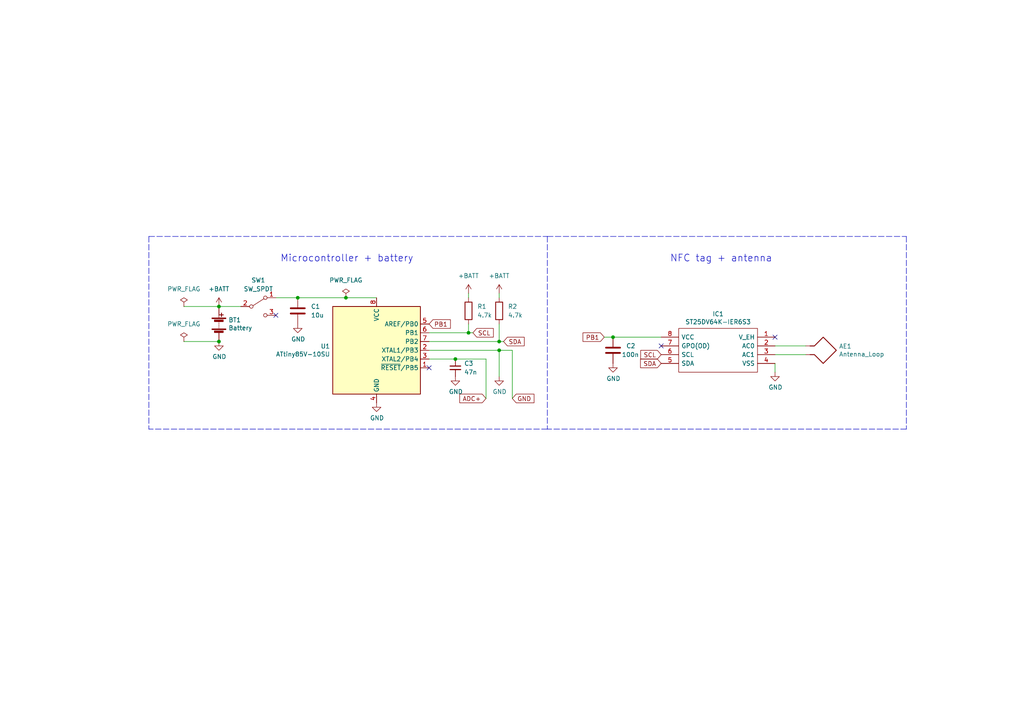
<source format=kicad_sch>
(kicad_sch
	(version 20231120)
	(generator "eeschema")
	(generator_version "8.0")
	(uuid "35354519-a28c-40c4-befd-0943e98dea53")
	(paper "A4")
	(title_block
		(title "NFC sensor")
		(date "2022-05-05")
	)
	(lib_symbols
		(symbol "Device:Antenna_Loop"
			(pin_numbers hide)
			(pin_names
				(offset 1.016) hide)
			(exclude_from_sim no)
			(in_bom yes)
			(on_board yes)
			(property "Reference" "AE"
				(at 1.27 6.35 0)
				(effects
					(font
						(size 1.27 1.27)
					)
				)
			)
			(property "Value" "Antenna_Loop"
				(at 1.27 5.08 0)
				(effects
					(font
						(size 1.27 1.27)
					)
				)
			)
			(property "Footprint" ""
				(at 0 0 0)
				(effects
					(font
						(size 1.27 1.27)
					)
					(hide yes)
				)
			)
			(property "Datasheet" "~"
				(at 0 0 0)
				(effects
					(font
						(size 1.27 1.27)
					)
					(hide yes)
				)
			)
			(property "Description" "Loop antenna"
				(at 0 0 0)
				(effects
					(font
						(size 1.27 1.27)
					)
					(hide yes)
				)
			)
			(property "ki_keywords" "loop antenna"
				(at 0 0 0)
				(effects
					(font
						(size 1.27 1.27)
					)
					(hide yes)
				)
			)
			(symbol "Antenna_Loop_0_1"
				(polyline
					(pts
						(xy 2.54 -3.81) (xy 2.54 -2.54) (xy 5.08 0) (xy 1.27 3.81) (xy -2.54 0) (xy 0 -2.54) (xy 0 -3.81)
					)
					(stroke
						(width 0.254)
						(type default)
					)
					(fill
						(type none)
					)
				)
			)
			(symbol "Antenna_Loop_1_1"
				(pin input line
					(at 0 -5.08 90)
					(length 2.54)
					(name "~"
						(effects
							(font
								(size 1.27 1.27)
							)
						)
					)
					(number "1"
						(effects
							(font
								(size 1.27 1.27)
							)
						)
					)
				)
				(pin input line
					(at 2.54 -5.08 90)
					(length 2.54)
					(name "~"
						(effects
							(font
								(size 1.27 1.27)
							)
						)
					)
					(number "2"
						(effects
							(font
								(size 1.27 1.27)
							)
						)
					)
				)
			)
		)
		(symbol "Device:Battery"
			(pin_numbers hide)
			(pin_names
				(offset 0) hide)
			(exclude_from_sim no)
			(in_bom yes)
			(on_board yes)
			(property "Reference" "BT"
				(at 2.54 2.54 0)
				(effects
					(font
						(size 1.27 1.27)
					)
					(justify left)
				)
			)
			(property "Value" "Battery"
				(at 2.54 0 0)
				(effects
					(font
						(size 1.27 1.27)
					)
					(justify left)
				)
			)
			(property "Footprint" ""
				(at 0 1.524 90)
				(effects
					(font
						(size 1.27 1.27)
					)
					(hide yes)
				)
			)
			(property "Datasheet" "~"
				(at 0 1.524 90)
				(effects
					(font
						(size 1.27 1.27)
					)
					(hide yes)
				)
			)
			(property "Description" "Multiple-cell battery"
				(at 0 0 0)
				(effects
					(font
						(size 1.27 1.27)
					)
					(hide yes)
				)
			)
			(property "ki_keywords" "batt voltage-source cell"
				(at 0 0 0)
				(effects
					(font
						(size 1.27 1.27)
					)
					(hide yes)
				)
			)
			(symbol "Battery_0_1"
				(rectangle
					(start -2.032 -1.397)
					(end 2.032 -1.651)
					(stroke
						(width 0)
						(type default)
					)
					(fill
						(type outline)
					)
				)
				(rectangle
					(start -2.032 1.778)
					(end 2.032 1.524)
					(stroke
						(width 0)
						(type default)
					)
					(fill
						(type outline)
					)
				)
				(rectangle
					(start -1.3208 -1.9812)
					(end 1.27 -2.4892)
					(stroke
						(width 0)
						(type default)
					)
					(fill
						(type outline)
					)
				)
				(rectangle
					(start -1.3208 1.1938)
					(end 1.27 0.6858)
					(stroke
						(width 0)
						(type default)
					)
					(fill
						(type outline)
					)
				)
				(polyline
					(pts
						(xy 0 -1.524) (xy 0 -1.27)
					)
					(stroke
						(width 0)
						(type default)
					)
					(fill
						(type none)
					)
				)
				(polyline
					(pts
						(xy 0 -1.016) (xy 0 -0.762)
					)
					(stroke
						(width 0)
						(type default)
					)
					(fill
						(type none)
					)
				)
				(polyline
					(pts
						(xy 0 -0.508) (xy 0 -0.254)
					)
					(stroke
						(width 0)
						(type default)
					)
					(fill
						(type none)
					)
				)
				(polyline
					(pts
						(xy 0 0) (xy 0 0.254)
					)
					(stroke
						(width 0)
						(type default)
					)
					(fill
						(type none)
					)
				)
				(polyline
					(pts
						(xy 0 0.508) (xy 0 0.762)
					)
					(stroke
						(width 0)
						(type default)
					)
					(fill
						(type none)
					)
				)
				(polyline
					(pts
						(xy 0 1.778) (xy 0 2.54)
					)
					(stroke
						(width 0)
						(type default)
					)
					(fill
						(type none)
					)
				)
				(polyline
					(pts
						(xy 0.254 2.667) (xy 1.27 2.667)
					)
					(stroke
						(width 0.254)
						(type default)
					)
					(fill
						(type none)
					)
				)
				(polyline
					(pts
						(xy 0.762 3.175) (xy 0.762 2.159)
					)
					(stroke
						(width 0.254)
						(type default)
					)
					(fill
						(type none)
					)
				)
			)
			(symbol "Battery_1_1"
				(pin passive line
					(at 0 5.08 270)
					(length 2.54)
					(name "+"
						(effects
							(font
								(size 1.27 1.27)
							)
						)
					)
					(number "1"
						(effects
							(font
								(size 1.27 1.27)
							)
						)
					)
				)
				(pin passive line
					(at 0 -5.08 90)
					(length 2.54)
					(name "-"
						(effects
							(font
								(size 1.27 1.27)
							)
						)
					)
					(number "2"
						(effects
							(font
								(size 1.27 1.27)
							)
						)
					)
				)
			)
		)
		(symbol "Device:C"
			(pin_numbers hide)
			(pin_names
				(offset 0.254)
			)
			(exclude_from_sim no)
			(in_bom yes)
			(on_board yes)
			(property "Reference" "C"
				(at 0.635 2.54 0)
				(effects
					(font
						(size 1.27 1.27)
					)
					(justify left)
				)
			)
			(property "Value" "C"
				(at 0.635 -2.54 0)
				(effects
					(font
						(size 1.27 1.27)
					)
					(justify left)
				)
			)
			(property "Footprint" ""
				(at 0.9652 -3.81 0)
				(effects
					(font
						(size 1.27 1.27)
					)
					(hide yes)
				)
			)
			(property "Datasheet" "~"
				(at 0 0 0)
				(effects
					(font
						(size 1.27 1.27)
					)
					(hide yes)
				)
			)
			(property "Description" "Unpolarized capacitor"
				(at 0 0 0)
				(effects
					(font
						(size 1.27 1.27)
					)
					(hide yes)
				)
			)
			(property "ki_keywords" "cap capacitor"
				(at 0 0 0)
				(effects
					(font
						(size 1.27 1.27)
					)
					(hide yes)
				)
			)
			(property "ki_fp_filters" "C_*"
				(at 0 0 0)
				(effects
					(font
						(size 1.27 1.27)
					)
					(hide yes)
				)
			)
			(symbol "C_0_1"
				(polyline
					(pts
						(xy -2.032 -0.762) (xy 2.032 -0.762)
					)
					(stroke
						(width 0.508)
						(type default)
					)
					(fill
						(type none)
					)
				)
				(polyline
					(pts
						(xy -2.032 0.762) (xy 2.032 0.762)
					)
					(stroke
						(width 0.508)
						(type default)
					)
					(fill
						(type none)
					)
				)
			)
			(symbol "C_1_1"
				(pin passive line
					(at 0 3.81 270)
					(length 2.794)
					(name "~"
						(effects
							(font
								(size 1.27 1.27)
							)
						)
					)
					(number "1"
						(effects
							(font
								(size 1.27 1.27)
							)
						)
					)
				)
				(pin passive line
					(at 0 -3.81 90)
					(length 2.794)
					(name "~"
						(effects
							(font
								(size 1.27 1.27)
							)
						)
					)
					(number "2"
						(effects
							(font
								(size 1.27 1.27)
							)
						)
					)
				)
			)
		)
		(symbol "Device:C_Small"
			(pin_numbers hide)
			(pin_names
				(offset 0.254) hide)
			(exclude_from_sim no)
			(in_bom yes)
			(on_board yes)
			(property "Reference" "C"
				(at 0.254 1.778 0)
				(effects
					(font
						(size 1.27 1.27)
					)
					(justify left)
				)
			)
			(property "Value" "C_Small"
				(at 0.254 -2.032 0)
				(effects
					(font
						(size 1.27 1.27)
					)
					(justify left)
				)
			)
			(property "Footprint" ""
				(at 0 0 0)
				(effects
					(font
						(size 1.27 1.27)
					)
					(hide yes)
				)
			)
			(property "Datasheet" "~"
				(at 0 0 0)
				(effects
					(font
						(size 1.27 1.27)
					)
					(hide yes)
				)
			)
			(property "Description" "Unpolarized capacitor, small symbol"
				(at 0 0 0)
				(effects
					(font
						(size 1.27 1.27)
					)
					(hide yes)
				)
			)
			(property "ki_keywords" "capacitor cap"
				(at 0 0 0)
				(effects
					(font
						(size 1.27 1.27)
					)
					(hide yes)
				)
			)
			(property "ki_fp_filters" "C_*"
				(at 0 0 0)
				(effects
					(font
						(size 1.27 1.27)
					)
					(hide yes)
				)
			)
			(symbol "C_Small_0_1"
				(polyline
					(pts
						(xy -1.524 -0.508) (xy 1.524 -0.508)
					)
					(stroke
						(width 0.3302)
						(type default)
					)
					(fill
						(type none)
					)
				)
				(polyline
					(pts
						(xy -1.524 0.508) (xy 1.524 0.508)
					)
					(stroke
						(width 0.3048)
						(type default)
					)
					(fill
						(type none)
					)
				)
			)
			(symbol "C_Small_1_1"
				(pin passive line
					(at 0 2.54 270)
					(length 2.032)
					(name "~"
						(effects
							(font
								(size 1.27 1.27)
							)
						)
					)
					(number "1"
						(effects
							(font
								(size 1.27 1.27)
							)
						)
					)
				)
				(pin passive line
					(at 0 -2.54 90)
					(length 2.032)
					(name "~"
						(effects
							(font
								(size 1.27 1.27)
							)
						)
					)
					(number "2"
						(effects
							(font
								(size 1.27 1.27)
							)
						)
					)
				)
			)
		)
		(symbol "Device:R"
			(pin_numbers hide)
			(pin_names
				(offset 0)
			)
			(exclude_from_sim no)
			(in_bom yes)
			(on_board yes)
			(property "Reference" "R"
				(at 2.032 0 90)
				(effects
					(font
						(size 1.27 1.27)
					)
				)
			)
			(property "Value" "R"
				(at 0 0 90)
				(effects
					(font
						(size 1.27 1.27)
					)
				)
			)
			(property "Footprint" ""
				(at -1.778 0 90)
				(effects
					(font
						(size 1.27 1.27)
					)
					(hide yes)
				)
			)
			(property "Datasheet" "~"
				(at 0 0 0)
				(effects
					(font
						(size 1.27 1.27)
					)
					(hide yes)
				)
			)
			(property "Description" "Resistor"
				(at 0 0 0)
				(effects
					(font
						(size 1.27 1.27)
					)
					(hide yes)
				)
			)
			(property "ki_keywords" "R res resistor"
				(at 0 0 0)
				(effects
					(font
						(size 1.27 1.27)
					)
					(hide yes)
				)
			)
			(property "ki_fp_filters" "R_*"
				(at 0 0 0)
				(effects
					(font
						(size 1.27 1.27)
					)
					(hide yes)
				)
			)
			(symbol "R_0_1"
				(rectangle
					(start -1.016 -2.54)
					(end 1.016 2.54)
					(stroke
						(width 0.254)
						(type default)
					)
					(fill
						(type none)
					)
				)
			)
			(symbol "R_1_1"
				(pin passive line
					(at 0 3.81 270)
					(length 1.27)
					(name "~"
						(effects
							(font
								(size 1.27 1.27)
							)
						)
					)
					(number "1"
						(effects
							(font
								(size 1.27 1.27)
							)
						)
					)
				)
				(pin passive line
					(at 0 -3.81 90)
					(length 1.27)
					(name "~"
						(effects
							(font
								(size 1.27 1.27)
							)
						)
					)
					(number "2"
						(effects
							(font
								(size 1.27 1.27)
							)
						)
					)
				)
			)
		)
		(symbol "MCU_Microchip_ATtiny:ATtiny85V-10S"
			(exclude_from_sim no)
			(in_bom yes)
			(on_board yes)
			(property "Reference" "U"
				(at -12.7 13.97 0)
				(effects
					(font
						(size 1.27 1.27)
					)
					(justify left bottom)
				)
			)
			(property "Value" "ATtiny85V-10S"
				(at 2.54 -13.97 0)
				(effects
					(font
						(size 1.27 1.27)
					)
					(justify left top)
				)
			)
			(property "Footprint" "Package_SO:SOIC-8W_5.3x5.3mm_P1.27mm"
				(at 0 0 0)
				(effects
					(font
						(size 1.27 1.27)
						(italic yes)
					)
					(hide yes)
				)
			)
			(property "Datasheet" "http://ww1.microchip.com/downloads/en/DeviceDoc/atmel-2586-avr-8-bit-microcontroller-attiny25-attiny45-attiny85_datasheet.pdf"
				(at 0 0 0)
				(effects
					(font
						(size 1.27 1.27)
					)
					(hide yes)
				)
			)
			(property "Description" "10MHz, 8kB Flash, 512B SRAM, 512B EEPROM, debugWIRE, SOIC-8W"
				(at 0 0 0)
				(effects
					(font
						(size 1.27 1.27)
					)
					(hide yes)
				)
			)
			(property "ki_keywords" "AVR 8bit Microcontroller tinyAVR"
				(at 0 0 0)
				(effects
					(font
						(size 1.27 1.27)
					)
					(hide yes)
				)
			)
			(property "ki_fp_filters" "SOIC*5.3x5.3mm*P1.27mm*"
				(at 0 0 0)
				(effects
					(font
						(size 1.27 1.27)
					)
					(hide yes)
				)
			)
			(symbol "ATtiny85V-10S_0_1"
				(rectangle
					(start -12.7 -12.7)
					(end 12.7 12.7)
					(stroke
						(width 0.254)
						(type default)
					)
					(fill
						(type background)
					)
				)
			)
			(symbol "ATtiny85V-10S_1_1"
				(pin bidirectional line
					(at 15.24 -5.08 180)
					(length 2.54)
					(name "~{RESET}/PB5"
						(effects
							(font
								(size 1.27 1.27)
							)
						)
					)
					(number "1"
						(effects
							(font
								(size 1.27 1.27)
							)
						)
					)
				)
				(pin bidirectional line
					(at 15.24 0 180)
					(length 2.54)
					(name "XTAL1/PB3"
						(effects
							(font
								(size 1.27 1.27)
							)
						)
					)
					(number "2"
						(effects
							(font
								(size 1.27 1.27)
							)
						)
					)
				)
				(pin bidirectional line
					(at 15.24 -2.54 180)
					(length 2.54)
					(name "XTAL2/PB4"
						(effects
							(font
								(size 1.27 1.27)
							)
						)
					)
					(number "3"
						(effects
							(font
								(size 1.27 1.27)
							)
						)
					)
				)
				(pin power_in line
					(at 0 -15.24 90)
					(length 2.54)
					(name "GND"
						(effects
							(font
								(size 1.27 1.27)
							)
						)
					)
					(number "4"
						(effects
							(font
								(size 1.27 1.27)
							)
						)
					)
				)
				(pin bidirectional line
					(at 15.24 7.62 180)
					(length 2.54)
					(name "AREF/PB0"
						(effects
							(font
								(size 1.27 1.27)
							)
						)
					)
					(number "5"
						(effects
							(font
								(size 1.27 1.27)
							)
						)
					)
				)
				(pin bidirectional line
					(at 15.24 5.08 180)
					(length 2.54)
					(name "PB1"
						(effects
							(font
								(size 1.27 1.27)
							)
						)
					)
					(number "6"
						(effects
							(font
								(size 1.27 1.27)
							)
						)
					)
				)
				(pin bidirectional line
					(at 15.24 2.54 180)
					(length 2.54)
					(name "PB2"
						(effects
							(font
								(size 1.27 1.27)
							)
						)
					)
					(number "7"
						(effects
							(font
								(size 1.27 1.27)
							)
						)
					)
				)
				(pin power_in line
					(at 0 15.24 270)
					(length 2.54)
					(name "VCC"
						(effects
							(font
								(size 1.27 1.27)
							)
						)
					)
					(number "8"
						(effects
							(font
								(size 1.27 1.27)
							)
						)
					)
				)
			)
		)
		(symbol "Switch:SW_SPDT"
			(pin_names
				(offset 0) hide)
			(exclude_from_sim no)
			(in_bom yes)
			(on_board yes)
			(property "Reference" "SW"
				(at 0 4.318 0)
				(effects
					(font
						(size 1.27 1.27)
					)
				)
			)
			(property "Value" "SW_SPDT"
				(at 0 -5.08 0)
				(effects
					(font
						(size 1.27 1.27)
					)
				)
			)
			(property "Footprint" ""
				(at 0 0 0)
				(effects
					(font
						(size 1.27 1.27)
					)
					(hide yes)
				)
			)
			(property "Datasheet" "~"
				(at 0 0 0)
				(effects
					(font
						(size 1.27 1.27)
					)
					(hide yes)
				)
			)
			(property "Description" "Switch, single pole double throw"
				(at 0 0 0)
				(effects
					(font
						(size 1.27 1.27)
					)
					(hide yes)
				)
			)
			(property "ki_keywords" "switch single-pole double-throw spdt ON-ON"
				(at 0 0 0)
				(effects
					(font
						(size 1.27 1.27)
					)
					(hide yes)
				)
			)
			(symbol "SW_SPDT_0_0"
				(circle
					(center -2.032 0)
					(radius 0.508)
					(stroke
						(width 0)
						(type default)
					)
					(fill
						(type none)
					)
				)
				(circle
					(center 2.032 -2.54)
					(radius 0.508)
					(stroke
						(width 0)
						(type default)
					)
					(fill
						(type none)
					)
				)
			)
			(symbol "SW_SPDT_0_1"
				(polyline
					(pts
						(xy -1.524 0.254) (xy 1.651 2.286)
					)
					(stroke
						(width 0)
						(type default)
					)
					(fill
						(type none)
					)
				)
				(circle
					(center 2.032 2.54)
					(radius 0.508)
					(stroke
						(width 0)
						(type default)
					)
					(fill
						(type none)
					)
				)
			)
			(symbol "SW_SPDT_1_1"
				(pin passive line
					(at 5.08 2.54 180)
					(length 2.54)
					(name "A"
						(effects
							(font
								(size 1.27 1.27)
							)
						)
					)
					(number "1"
						(effects
							(font
								(size 1.27 1.27)
							)
						)
					)
				)
				(pin passive line
					(at -5.08 0 0)
					(length 2.54)
					(name "B"
						(effects
							(font
								(size 1.27 1.27)
							)
						)
					)
					(number "2"
						(effects
							(font
								(size 1.27 1.27)
							)
						)
					)
				)
				(pin passive line
					(at 5.08 -2.54 180)
					(length 2.54)
					(name "C"
						(effects
							(font
								(size 1.27 1.27)
							)
						)
					)
					(number "3"
						(effects
							(font
								(size 1.27 1.27)
							)
						)
					)
				)
			)
		)
		(symbol "_st:ST25DV64K-IER6S3"
			(pin_names
				(offset 0.762)
			)
			(exclude_from_sim no)
			(in_bom yes)
			(on_board yes)
			(property "Reference" "IC"
				(at 29.21 7.62 0)
				(effects
					(font
						(size 1.27 1.27)
					)
					(justify left)
				)
			)
			(property "Value" "ST25DV64K-IER6S3"
				(at 29.21 5.08 0)
				(effects
					(font
						(size 1.27 1.27)
					)
					(justify left)
				)
			)
			(property "Footprint" "SOIC127P600X175-8N"
				(at 29.21 2.54 0)
				(effects
					(font
						(size 1.27 1.27)
					)
					(justify left)
					(hide yes)
				)
			)
			(property "Datasheet" "https://www.st.com/resource/en/datasheet/st25dv64k.pdf"
				(at 29.21 0 0)
				(effects
					(font
						(size 1.27 1.27)
					)
					(justify left)
					(hide yes)
				)
			)
			(property "Description" "RFID Transponders 64-Kbit Dynamic NFC/RFID tag NFC Forum type V with I2C interface, fast transfer mode and energy harvesting"
				(at 29.21 -2.54 0)
				(effects
					(font
						(size 1.27 1.27)
					)
					(justify left)
					(hide yes)
				)
			)
			(property "Height" "1.75"
				(at 29.21 -5.08 0)
				(effects
					(font
						(size 1.27 1.27)
					)
					(justify left)
					(hide yes)
				)
			)
			(property "Manufacturer_Name" "STMicroelectronics"
				(at 29.21 -7.62 0)
				(effects
					(font
						(size 1.27 1.27)
					)
					(justify left)
					(hide yes)
				)
			)
			(property "Manufacturer_Part_Number" "ST25DV64K-IER6S3"
				(at 29.21 -10.16 0)
				(effects
					(font
						(size 1.27 1.27)
					)
					(justify left)
					(hide yes)
				)
			)
			(property "Mouser Part Number" "511-ST25DV64K-IER6S3"
				(at 29.21 -12.7 0)
				(effects
					(font
						(size 1.27 1.27)
					)
					(justify left)
					(hide yes)
				)
			)
			(property "Mouser Price/Stock" "https://www.mouser.co.uk/ProductDetail/STMicroelectronics/ST25DV64K-IER6S3?qs=xjeEZJU9OeM5u1mBdK0hyg%3D%3D"
				(at 29.21 -15.24 0)
				(effects
					(font
						(size 1.27 1.27)
					)
					(justify left)
					(hide yes)
				)
			)
			(property "Arrow Part Number" "ST25DV64K-IER6S3"
				(at 29.21 -17.78 0)
				(effects
					(font
						(size 1.27 1.27)
					)
					(justify left)
					(hide yes)
				)
			)
			(property "Arrow Price/Stock" "https://www.arrow.com/en/products/st25dv64k-ier6s3/stmicroelectronics?region=europe"
				(at 29.21 -20.32 0)
				(effects
					(font
						(size 1.27 1.27)
					)
					(justify left)
					(hide yes)
				)
			)
			(symbol "ST25DV64K-IER6S3_0_0"
				(pin passive line
					(at 0 0 0)
					(length 5.08)
					(name "V_EH"
						(effects
							(font
								(size 1.27 1.27)
							)
						)
					)
					(number "1"
						(effects
							(font
								(size 1.27 1.27)
							)
						)
					)
				)
				(pin passive line
					(at 0 -2.54 0)
					(length 5.08)
					(name "AC0"
						(effects
							(font
								(size 1.27 1.27)
							)
						)
					)
					(number "2"
						(effects
							(font
								(size 1.27 1.27)
							)
						)
					)
				)
				(pin passive line
					(at 0 -5.08 0)
					(length 5.08)
					(name "AC1"
						(effects
							(font
								(size 1.27 1.27)
							)
						)
					)
					(number "3"
						(effects
							(font
								(size 1.27 1.27)
							)
						)
					)
				)
				(pin passive line
					(at 0 -7.62 0)
					(length 5.08)
					(name "VSS"
						(effects
							(font
								(size 1.27 1.27)
							)
						)
					)
					(number "4"
						(effects
							(font
								(size 1.27 1.27)
							)
						)
					)
				)
				(pin passive line
					(at 33.02 -7.62 180)
					(length 5.08)
					(name "SDA"
						(effects
							(font
								(size 1.27 1.27)
							)
						)
					)
					(number "5"
						(effects
							(font
								(size 1.27 1.27)
							)
						)
					)
				)
				(pin passive line
					(at 33.02 -5.08 180)
					(length 5.08)
					(name "SCL"
						(effects
							(font
								(size 1.27 1.27)
							)
						)
					)
					(number "6"
						(effects
							(font
								(size 1.27 1.27)
							)
						)
					)
				)
				(pin passive line
					(at 33.02 -2.54 180)
					(length 5.08)
					(name "GPO(OD)"
						(effects
							(font
								(size 1.27 1.27)
							)
						)
					)
					(number "7"
						(effects
							(font
								(size 1.27 1.27)
							)
						)
					)
				)
				(pin passive line
					(at 33.02 0 180)
					(length 5.08)
					(name "VCC"
						(effects
							(font
								(size 1.27 1.27)
							)
						)
					)
					(number "8"
						(effects
							(font
								(size 1.27 1.27)
							)
						)
					)
				)
			)
			(symbol "ST25DV64K-IER6S3_0_1"
				(polyline
					(pts
						(xy 5.08 2.54) (xy 27.94 2.54) (xy 27.94 -10.16) (xy 5.08 -10.16) (xy 5.08 2.54)
					)
					(stroke
						(width 0.1524)
						(type default)
					)
					(fill
						(type none)
					)
				)
			)
		)
		(symbol "power:+BATT"
			(power)
			(pin_names
				(offset 0)
			)
			(exclude_from_sim no)
			(in_bom yes)
			(on_board yes)
			(property "Reference" "#PWR"
				(at 0 -3.81 0)
				(effects
					(font
						(size 1.27 1.27)
					)
					(hide yes)
				)
			)
			(property "Value" "+BATT"
				(at 0 3.556 0)
				(effects
					(font
						(size 1.27 1.27)
					)
				)
			)
			(property "Footprint" ""
				(at 0 0 0)
				(effects
					(font
						(size 1.27 1.27)
					)
					(hide yes)
				)
			)
			(property "Datasheet" ""
				(at 0 0 0)
				(effects
					(font
						(size 1.27 1.27)
					)
					(hide yes)
				)
			)
			(property "Description" "Power symbol creates a global label with name \"+BATT\""
				(at 0 0 0)
				(effects
					(font
						(size 1.27 1.27)
					)
					(hide yes)
				)
			)
			(property "ki_keywords" "power-flag battery"
				(at 0 0 0)
				(effects
					(font
						(size 1.27 1.27)
					)
					(hide yes)
				)
			)
			(symbol "+BATT_0_1"
				(polyline
					(pts
						(xy -0.762 1.27) (xy 0 2.54)
					)
					(stroke
						(width 0)
						(type default)
					)
					(fill
						(type none)
					)
				)
				(polyline
					(pts
						(xy 0 0) (xy 0 2.54)
					)
					(stroke
						(width 0)
						(type default)
					)
					(fill
						(type none)
					)
				)
				(polyline
					(pts
						(xy 0 2.54) (xy 0.762 1.27)
					)
					(stroke
						(width 0)
						(type default)
					)
					(fill
						(type none)
					)
				)
			)
			(symbol "+BATT_1_1"
				(pin power_in line
					(at 0 0 90)
					(length 0) hide
					(name "+BATT"
						(effects
							(font
								(size 1.27 1.27)
							)
						)
					)
					(number "1"
						(effects
							(font
								(size 1.27 1.27)
							)
						)
					)
				)
			)
		)
		(symbol "power:GND"
			(power)
			(pin_names
				(offset 0)
			)
			(exclude_from_sim no)
			(in_bom yes)
			(on_board yes)
			(property "Reference" "#PWR"
				(at 0 -6.35 0)
				(effects
					(font
						(size 1.27 1.27)
					)
					(hide yes)
				)
			)
			(property "Value" "GND"
				(at 0 -3.81 0)
				(effects
					(font
						(size 1.27 1.27)
					)
				)
			)
			(property "Footprint" ""
				(at 0 0 0)
				(effects
					(font
						(size 1.27 1.27)
					)
					(hide yes)
				)
			)
			(property "Datasheet" ""
				(at 0 0 0)
				(effects
					(font
						(size 1.27 1.27)
					)
					(hide yes)
				)
			)
			(property "Description" "Power symbol creates a global label with name \"GND\" , ground"
				(at 0 0 0)
				(effects
					(font
						(size 1.27 1.27)
					)
					(hide yes)
				)
			)
			(property "ki_keywords" "power-flag"
				(at 0 0 0)
				(effects
					(font
						(size 1.27 1.27)
					)
					(hide yes)
				)
			)
			(symbol "GND_0_1"
				(polyline
					(pts
						(xy 0 0) (xy 0 -1.27) (xy 1.27 -1.27) (xy 0 -2.54) (xy -1.27 -1.27) (xy 0 -1.27)
					)
					(stroke
						(width 0)
						(type default)
					)
					(fill
						(type none)
					)
				)
			)
			(symbol "GND_1_1"
				(pin power_in line
					(at 0 0 270)
					(length 0) hide
					(name "GND"
						(effects
							(font
								(size 1.27 1.27)
							)
						)
					)
					(number "1"
						(effects
							(font
								(size 1.27 1.27)
							)
						)
					)
				)
			)
		)
		(symbol "power:PWR_FLAG"
			(power)
			(pin_numbers hide)
			(pin_names
				(offset 0) hide)
			(exclude_from_sim no)
			(in_bom yes)
			(on_board yes)
			(property "Reference" "#FLG"
				(at 0 1.905 0)
				(effects
					(font
						(size 1.27 1.27)
					)
					(hide yes)
				)
			)
			(property "Value" "PWR_FLAG"
				(at 0 3.81 0)
				(effects
					(font
						(size 1.27 1.27)
					)
				)
			)
			(property "Footprint" ""
				(at 0 0 0)
				(effects
					(font
						(size 1.27 1.27)
					)
					(hide yes)
				)
			)
			(property "Datasheet" "~"
				(at 0 0 0)
				(effects
					(font
						(size 1.27 1.27)
					)
					(hide yes)
				)
			)
			(property "Description" "Special symbol for telling ERC where power comes from"
				(at 0 0 0)
				(effects
					(font
						(size 1.27 1.27)
					)
					(hide yes)
				)
			)
			(property "ki_keywords" "power-flag"
				(at 0 0 0)
				(effects
					(font
						(size 1.27 1.27)
					)
					(hide yes)
				)
			)
			(symbol "PWR_FLAG_0_0"
				(pin power_out line
					(at 0 0 90)
					(length 0)
					(name "pwr"
						(effects
							(font
								(size 1.27 1.27)
							)
						)
					)
					(number "1"
						(effects
							(font
								(size 1.27 1.27)
							)
						)
					)
				)
			)
			(symbol "PWR_FLAG_0_1"
				(polyline
					(pts
						(xy 0 0) (xy 0 1.27) (xy -1.016 1.905) (xy 0 2.54) (xy 1.016 1.905) (xy 0 1.27)
					)
					(stroke
						(width 0)
						(type default)
					)
					(fill
						(type none)
					)
				)
			)
		)
	)
	(junction
		(at 135.89 96.52)
		(diameter 0)
		(color 0 0 0 0)
		(uuid "0105d941-5d5a-4d59-affb-f30e1bb44e51")
	)
	(junction
		(at 177.8 97.79)
		(diameter 0)
		(color 0 0 0 0)
		(uuid "45625b00-7ed5-499b-873f-0703e3b79ab9")
	)
	(junction
		(at 144.78 99.06)
		(diameter 0)
		(color 0 0 0 0)
		(uuid "a17c7c3f-a566-4c59-8e87-2d112900910e")
	)
	(junction
		(at 100.33 86.36)
		(diameter 0)
		(color 0 0 0 0)
		(uuid "a3108c40-70ec-47c8-a063-e90dda858ab8")
	)
	(junction
		(at 63.5 99.06)
		(diameter 0)
		(color 0 0 0 0)
		(uuid "bf9a22cf-d539-4707-b055-42a553f79816")
	)
	(junction
		(at 63.5 88.9)
		(diameter 0)
		(color 0 0 0 0)
		(uuid "c75c0298-9526-4f97-9024-27cc77ab6cf6")
	)
	(junction
		(at 132.08 104.14)
		(diameter 0)
		(color 0 0 0 0)
		(uuid "cc77dd8c-304d-4418-8696-764fa1ed0ac2")
	)
	(junction
		(at 86.36 86.36)
		(diameter 0)
		(color 0 0 0 0)
		(uuid "eacfccdb-496f-4d23-be5f-1e7301d4a980")
	)
	(junction
		(at 144.78 101.6)
		(diameter 0)
		(color 0 0 0 0)
		(uuid "f11b0130-1d25-4558-972f-0067b9d82a89")
	)
	(no_connect
		(at 191.77 100.33)
		(uuid "c1d83899-e380-49f9-a87d-8e78bc089ebf")
	)
	(no_connect
		(at 124.46 106.68)
		(uuid "d1262c4d-2245-4c4f-8f35-7bb32cd9e21e")
	)
	(no_connect
		(at 224.79 97.79)
		(uuid "e9bb29b2-2bb9-4ea2-acd9-2bb3ca677a12")
	)
	(no_connect
		(at 80.01 91.44)
		(uuid "ead98e34-ad88-4a0f-b537-0b2a0a7b748b")
	)
	(wire
		(pts
			(xy 135.89 96.52) (xy 137.16 96.52)
		)
		(stroke
			(width 0)
			(type default)
		)
		(uuid "04f2e26f-5c63-4ec2-ac3e-3302b942de6d")
	)
	(wire
		(pts
			(xy 124.46 101.6) (xy 144.78 101.6)
		)
		(stroke
			(width 0)
			(type default)
		)
		(uuid "094e6ff9-d3b5-4362-a743-945214edf6a4")
	)
	(polyline
		(pts
			(xy 158.75 124.46) (xy 43.18 124.46)
		)
		(stroke
			(width 0)
			(type dash)
		)
		(uuid "0969d395-a675-49ea-ad1f-6b6180ba2e2f")
	)
	(wire
		(pts
			(xy 132.08 104.14) (xy 140.97 104.14)
		)
		(stroke
			(width 0)
			(type default)
		)
		(uuid "114b8470-e817-4582-b58a-7e769f6c3f12")
	)
	(polyline
		(pts
			(xy 43.18 68.58) (xy 43.18 124.46)
		)
		(stroke
			(width 0)
			(type dash)
		)
		(uuid "12b94591-3111-4e31-8902-2221e8b43e06")
	)
	(wire
		(pts
			(xy 148.59 101.6) (xy 148.59 115.57)
		)
		(stroke
			(width 0)
			(type default)
		)
		(uuid "22767ef6-5abb-4b94-b3a6-2a41c2a867dc")
	)
	(wire
		(pts
			(xy 63.5 88.9) (xy 69.85 88.9)
		)
		(stroke
			(width 0)
			(type default)
		)
		(uuid "271a2033-c608-4528-ab2a-a2e8d53177d3")
	)
	(wire
		(pts
			(xy 53.34 88.9) (xy 63.5 88.9)
		)
		(stroke
			(width 0)
			(type default)
		)
		(uuid "2f1cc3b4-550c-423e-8fb8-2f5132acaa34")
	)
	(wire
		(pts
			(xy 144.78 101.6) (xy 144.78 109.22)
		)
		(stroke
			(width 0)
			(type default)
		)
		(uuid "3becc25c-4f66-4b65-b566-e2344bfd17f7")
	)
	(polyline
		(pts
			(xy 158.75 68.58) (xy 158.75 124.46)
		)
		(stroke
			(width 0)
			(type dash)
		)
		(uuid "3d045bbb-1fc6-4629-a421-500a2d0c5e89")
	)
	(wire
		(pts
			(xy 144.78 99.06) (xy 146.05 99.06)
		)
		(stroke
			(width 0)
			(type default)
		)
		(uuid "652c13a1-1f11-4295-99f8-3ef9581881bc")
	)
	(wire
		(pts
			(xy 135.89 85.09) (xy 135.89 86.36)
		)
		(stroke
			(width 0)
			(type default)
		)
		(uuid "684eca6f-09b4-4190-bb7a-0c97102891a5")
	)
	(wire
		(pts
			(xy 177.8 97.79) (xy 191.77 97.79)
		)
		(stroke
			(width 0)
			(type default)
		)
		(uuid "6971ee58-ea5b-409e-b186-4f0fb0fd2e42")
	)
	(wire
		(pts
			(xy 144.78 93.98) (xy 144.78 99.06)
		)
		(stroke
			(width 0)
			(type default)
		)
		(uuid "6e568d9b-521c-4462-9ffa-5ffa38b7c5cb")
	)
	(wire
		(pts
			(xy 175.26 97.79) (xy 177.8 97.79)
		)
		(stroke
			(width 0)
			(type default)
		)
		(uuid "7d89203b-0561-416f-b69d-5a90cca19dd8")
	)
	(wire
		(pts
			(xy 86.36 86.36) (xy 100.33 86.36)
		)
		(stroke
			(width 0)
			(type default)
		)
		(uuid "824b4b92-8ae6-4ac2-b730-a8f5fa54180c")
	)
	(wire
		(pts
			(xy 144.78 85.09) (xy 144.78 86.36)
		)
		(stroke
			(width 0)
			(type default)
		)
		(uuid "82a13510-2bd3-436e-a1ca-9506aecd96bf")
	)
	(wire
		(pts
			(xy 53.34 99.06) (xy 63.5 99.06)
		)
		(stroke
			(width 0)
			(type default)
		)
		(uuid "83668e88-07b7-4d11-b4d2-44a5849d39ab")
	)
	(polyline
		(pts
			(xy 262.89 68.58) (xy 262.89 124.46)
		)
		(stroke
			(width 0)
			(type dash)
		)
		(uuid "8a3032e5-1a8b-4159-a469-d572be259d13")
	)
	(wire
		(pts
			(xy 124.46 99.06) (xy 144.78 99.06)
		)
		(stroke
			(width 0)
			(type default)
		)
		(uuid "9045726d-c17b-43fe-acd6-99e2e888765b")
	)
	(wire
		(pts
			(xy 224.79 107.95) (xy 224.79 105.41)
		)
		(stroke
			(width 0)
			(type default)
		)
		(uuid "a05d7640-f2f6-4ba7-8c51-5a4af431fc13")
	)
	(wire
		(pts
			(xy 135.89 93.98) (xy 135.89 96.52)
		)
		(stroke
			(width 0)
			(type default)
		)
		(uuid "a5b742f3-f79e-4eab-98b1-2a8b131ffd3e")
	)
	(wire
		(pts
			(xy 144.78 101.6) (xy 148.59 101.6)
		)
		(stroke
			(width 0)
			(type default)
		)
		(uuid "a790bb13-305f-42ca-bf0a-9d75b453efb9")
	)
	(wire
		(pts
			(xy 124.46 96.52) (xy 135.89 96.52)
		)
		(stroke
			(width 0)
			(type default)
		)
		(uuid "a7c332cd-b193-4e06-b900-faf24699f4a0")
	)
	(wire
		(pts
			(xy 124.46 104.14) (xy 132.08 104.14)
		)
		(stroke
			(width 0)
			(type default)
		)
		(uuid "aa02e544-13f5-4cf8-a5f4-3e6cda006090")
	)
	(wire
		(pts
			(xy 100.33 86.36) (xy 109.22 86.36)
		)
		(stroke
			(width 0)
			(type default)
		)
		(uuid "b1da4927-78eb-45ed-a68c-7431c9692cdd")
	)
	(wire
		(pts
			(xy 233.68 100.33) (xy 224.79 100.33)
		)
		(stroke
			(width 0)
			(type default)
		)
		(uuid "b2849b68-d3be-4c19-930c-e5624cfe332f")
	)
	(polyline
		(pts
			(xy 158.75 68.58) (xy 262.89 68.58)
		)
		(stroke
			(width 0)
			(type dash)
		)
		(uuid "bab06908-5e35-4648-9d1a-4fb98d293195")
	)
	(wire
		(pts
			(xy 80.01 86.36) (xy 86.36 86.36)
		)
		(stroke
			(width 0)
			(type default)
		)
		(uuid "c6f20ab7-1d4e-4e2c-9b96-22af01f22442")
	)
	(wire
		(pts
			(xy 233.68 102.87) (xy 224.79 102.87)
		)
		(stroke
			(width 0)
			(type default)
		)
		(uuid "c7b022ed-ba29-4d73-93ab-332ec6a31dc6")
	)
	(polyline
		(pts
			(xy 43.18 68.58) (xy 158.75 68.58)
		)
		(stroke
			(width 0)
			(type dash)
		)
		(uuid "dc58f3a3-ed0d-4563-9e2f-4f43392305e3")
	)
	(wire
		(pts
			(xy 140.97 104.14) (xy 140.97 115.57)
		)
		(stroke
			(width 0)
			(type default)
		)
		(uuid "fb8b7f54-ef41-45c6-aca5-df3e1879cbb6")
	)
	(polyline
		(pts
			(xy 262.89 124.46) (xy 158.75 124.46)
		)
		(stroke
			(width 0)
			(type dash)
		)
		(uuid "ff0b9de8-e50a-4c81-adf3-182b759973fe")
	)
	(text "Microcontroller + battery"
		(exclude_from_sim no)
		(at 81.28 76.2 0)
		(effects
			(font
				(size 2 2)
			)
			(justify left bottom)
		)
		(uuid "4859edf9-5c4c-43d6-b44e-337c7f034821")
	)
	(text "NFC tag + antenna\n"
		(exclude_from_sim no)
		(at 194.31 76.2 0)
		(effects
			(font
				(size 2 2)
			)
			(justify left bottom)
		)
		(uuid "7df39635-df43-4c97-8456-a5a42a305758")
	)
	(global_label "SCL"
		(shape input)
		(at 137.16 96.52 0)
		(fields_autoplaced yes)
		(effects
			(font
				(size 1.27 1.27)
			)
			(justify left)
		)
		(uuid "34688e1c-af11-40f1-b1ce-e2f4df64d7c1")
		(property "Intersheetrefs" "${INTERSHEET_REFS}"
			(at 142.9918 96.4406 0)
			(effects
				(font
					(size 1.27 1.27)
				)
				(justify left)
				(hide yes)
			)
		)
	)
	(global_label "GND"
		(shape input)
		(at 148.59 115.57 0)
		(fields_autoplaced yes)
		(effects
			(font
				(size 1.27 1.27)
			)
			(justify left)
		)
		(uuid "478e1d5f-3361-4094-b60f-abe6a720cf4e")
		(property "Intersheetrefs" "${INTERSHEET_REFS}"
			(at 154.7847 115.4906 0)
			(effects
				(font
					(size 1.27 1.27)
				)
				(justify left)
				(hide yes)
			)
		)
	)
	(global_label "ADC+"
		(shape input)
		(at 140.97 115.57 180)
		(fields_autoplaced yes)
		(effects
			(font
				(size 1.27 1.27)
			)
			(justify right)
		)
		(uuid "5a7ea0a4-e4a2-42c3-b540-b231f5c07789")
		(property "Intersheetrefs" "${INTERSHEET_REFS}"
			(at 133.4448 115.4906 0)
			(effects
				(font
					(size 1.27 1.27)
				)
				(justify right)
				(hide yes)
			)
		)
	)
	(global_label "PB1"
		(shape input)
		(at 124.46 93.98 0)
		(fields_autoplaced yes)
		(effects
			(font
				(size 1.27 1.27)
			)
			(justify left)
		)
		(uuid "6bb12f60-0ef6-4530-a1b6-96ec42a4db3f")
		(property "Intersheetrefs" "${INTERSHEET_REFS}"
			(at 130.5337 93.9006 0)
			(effects
				(font
					(size 1.27 1.27)
				)
				(justify left)
				(hide yes)
			)
		)
	)
	(global_label "PB1"
		(shape input)
		(at 175.26 97.79 180)
		(fields_autoplaced yes)
		(effects
			(font
				(size 1.27 1.27)
			)
			(justify right)
		)
		(uuid "71befacd-3af2-4f49-90aa-c01317478039")
		(property "Intersheetrefs" "${INTERSHEET_REFS}"
			(at 169.1863 97.7106 0)
			(effects
				(font
					(size 1.27 1.27)
				)
				(justify right)
				(hide yes)
			)
		)
	)
	(global_label "SCL"
		(shape input)
		(at 191.77 102.87 180)
		(fields_autoplaced yes)
		(effects
			(font
				(size 1.27 1.27)
			)
			(justify right)
		)
		(uuid "80f3176c-1dc4-4910-9d64-535dafa42e27")
		(property "Intersheetrefs" "${INTERSHEET_REFS}"
			(at 185.9382 102.7906 0)
			(effects
				(font
					(size 1.27 1.27)
				)
				(justify right)
				(hide yes)
			)
		)
	)
	(global_label "SDA"
		(shape input)
		(at 191.77 105.41 180)
		(fields_autoplaced yes)
		(effects
			(font
				(size 1.27 1.27)
			)
			(justify right)
		)
		(uuid "874abf5d-4f4d-4f39-b4a2-71d227346b81")
		(property "Intersheetrefs" "${INTERSHEET_REFS}"
			(at 185.8777 105.3306 0)
			(effects
				(font
					(size 1.27 1.27)
				)
				(justify right)
				(hide yes)
			)
		)
	)
	(global_label "SDA"
		(shape input)
		(at 146.05 99.06 0)
		(fields_autoplaced yes)
		(effects
			(font
				(size 1.27 1.27)
			)
			(justify left)
		)
		(uuid "d55639fe-0dbb-47c4-9a18-dc5b05fa3874")
		(property "Intersheetrefs" "${INTERSHEET_REFS}"
			(at 151.9423 98.9806 0)
			(effects
				(font
					(size 1.27 1.27)
				)
				(justify left)
				(hide yes)
			)
		)
	)
	(symbol
		(lib_id "MCU_Microchip_ATtiny:ATtiny85V-10S")
		(at 109.22 101.6 0)
		(unit 1)
		(exclude_from_sim no)
		(in_bom yes)
		(on_board yes)
		(dnp no)
		(uuid "00000000-0000-0000-0000-000061e5369f")
		(property "Reference" "U1"
			(at 95.758 100.4316 0)
			(effects
				(font
					(size 1.27 1.27)
				)
				(justify right)
			)
		)
		(property "Value" "ATtiny85V-10SU"
			(at 95.758 102.743 0)
			(effects
				(font
					(size 1.27 1.27)
				)
				(justify right)
			)
		)
		(property "Footprint" "Package_SO:SOIC-8W_5.3x5.3mm_P1.27mm"
			(at 109.22 101.6 0)
			(effects
				(font
					(size 1.27 1.27)
					(italic yes)
				)
				(hide yes)
			)
		)
		(property "Datasheet" "http://ww1.microchip.com/downloads/en/DeviceDoc/atmel-2586-avr-8-bit-microcontroller-attiny25-attiny45-attiny85_datasheet.pdf"
			(at 109.22 101.6 0)
			(effects
				(font
					(size 1.27 1.27)
				)
				(hide yes)
			)
		)
		(property "Description" ""
			(at 109.22 101.6 0)
			(effects
				(font
					(size 1.27 1.27)
				)
				(hide yes)
			)
		)
		(pin "1"
			(uuid "22342b95-eeff-4d2c-870a-9ab3bb86bf29")
		)
		(pin "2"
			(uuid "562ca749-0a8d-4a2a-a3dd-59221c4ac0e6")
		)
		(pin "3"
			(uuid "abb196dc-8cd8-4642-97a3-b24edbb0a3f6")
		)
		(pin "4"
			(uuid "048c26d7-b37b-4477-b5be-ee8aa69751b5")
		)
		(pin "5"
			(uuid "9994ce28-befc-4151-b0b7-5965183d1081")
		)
		(pin "6"
			(uuid "080b6e12-2ff2-4d50-83f7-4f249bc65a95")
		)
		(pin "7"
			(uuid "c2ab00a0-fb0b-4cb1-8dfa-890ca0b28f04")
		)
		(pin "8"
			(uuid "baafd01a-129d-4e9a-873d-a933cbcf4a0f")
		)
		(instances
			(project ""
				(path "/35354519-a28c-40c4-befd-0943e98dea53"
					(reference "U1")
					(unit 1)
				)
			)
		)
	)
	(symbol
		(lib_id "_st:ST25DV64K-IER6S3")
		(at 224.79 97.79 0)
		(mirror y)
		(unit 1)
		(exclude_from_sim no)
		(in_bom yes)
		(on_board yes)
		(dnp no)
		(uuid "00000000-0000-0000-0000-000061e55e0a")
		(property "Reference" "IC1"
			(at 208.28 91.059 0)
			(effects
				(font
					(size 1.27 1.27)
				)
			)
		)
		(property "Value" "ST25DV64K-IER6S3"
			(at 208.28 93.3704 0)
			(effects
				(font
					(size 1.27 1.27)
				)
			)
		)
		(property "Footprint" "_st:SOIC127P600X175-8N"
			(at 195.58 95.25 0)
			(effects
				(font
					(size 1.27 1.27)
				)
				(justify left)
				(hide yes)
			)
		)
		(property "Datasheet" "https://www.st.com/resource/en/datasheet/st25dv64k.pdf"
			(at 195.58 97.79 0)
			(effects
				(font
					(size 1.27 1.27)
				)
				(justify left)
				(hide yes)
			)
		)
		(property "Description" "RFID Transponders 64-Kbit Dynamic NFC/RFID tag NFC Forum type V with I2C interface, fast transfer mode and energy harvesting"
			(at 195.58 100.33 0)
			(effects
				(font
					(size 1.27 1.27)
				)
				(justify left)
				(hide yes)
			)
		)
		(property "Height" "1.75"
			(at 195.58 102.87 0)
			(effects
				(font
					(size 1.27 1.27)
				)
				(justify left)
				(hide yes)
			)
		)
		(property "Manufacturer_Name" "STMicroelectronics"
			(at 195.58 105.41 0)
			(effects
				(font
					(size 1.27 1.27)
				)
				(justify left)
				(hide yes)
			)
		)
		(property "Manufacturer_Part_Number" "ST25DV64K-IER6S3"
			(at 195.58 107.95 0)
			(effects
				(font
					(size 1.27 1.27)
				)
				(justify left)
				(hide yes)
			)
		)
		(property "Mouser Part Number" "511-ST25DV64K-IER6S3"
			(at 195.58 110.49 0)
			(effects
				(font
					(size 1.27 1.27)
				)
				(justify left)
				(hide yes)
			)
		)
		(property "Mouser Price/Stock" "https://www.mouser.co.uk/ProductDetail/STMicroelectronics/ST25DV64K-IER6S3?qs=xjeEZJU9OeM5u1mBdK0hyg%3D%3D"
			(at 195.58 113.03 0)
			(effects
				(font
					(size 1.27 1.27)
				)
				(justify left)
				(hide yes)
			)
		)
		(property "Arrow Part Number" "ST25DV64K-IER6S3"
			(at 195.58 115.57 0)
			(effects
				(font
					(size 1.27 1.27)
				)
				(justify left)
				(hide yes)
			)
		)
		(property "Arrow Price/Stock" "https://www.arrow.com/en/products/st25dv64k-ier6s3/stmicroelectronics?region=europe"
			(at 195.58 118.11 0)
			(effects
				(font
					(size 1.27 1.27)
				)
				(justify left)
				(hide yes)
			)
		)
		(pin "1"
			(uuid "67f52e3f-657d-48e0-9de2-19bb56698579")
		)
		(pin "2"
			(uuid "98dbeacd-eda1-4446-87dd-ddc62165f2c4")
		)
		(pin "3"
			(uuid "7a8f9329-4004-4f23-b060-e05858440dc2")
		)
		(pin "4"
			(uuid "e4f6db07-a5b3-43ef-82a6-f40810e9221d")
		)
		(pin "5"
			(uuid "2749e17a-f156-44ff-8d7f-2806762d6379")
		)
		(pin "6"
			(uuid "fa7e79e0-329a-42a6-8c19-a9ad5af525c7")
		)
		(pin "7"
			(uuid "7121bed1-5309-4e64-a00e-2832628aef31")
		)
		(pin "8"
			(uuid "94b2fe74-b15f-4aa7-83b4-ef7298874c10")
		)
		(instances
			(project ""
				(path "/35354519-a28c-40c4-befd-0943e98dea53"
					(reference "IC1")
					(unit 1)
				)
			)
		)
	)
	(symbol
		(lib_id "Device:Antenna_Loop")
		(at 238.76 100.33 270)
		(unit 1)
		(exclude_from_sim no)
		(in_bom yes)
		(on_board yes)
		(dnp no)
		(uuid "00000000-0000-0000-0000-000061e56c64")
		(property "Reference" "AE1"
			(at 243.332 100.4316 90)
			(effects
				(font
					(size 1.27 1.27)
				)
				(justify left)
			)
		)
		(property "Value" "Antenna_Loop"
			(at 243.332 102.743 90)
			(effects
				(font
					(size 1.27 1.27)
				)
				(justify left)
			)
		)
		(property "Footprint" ""
			(at 238.76 100.33 0)
			(effects
				(font
					(size 1.27 1.27)
				)
				(hide yes)
			)
		)
		(property "Datasheet" "~"
			(at 238.76 100.33 0)
			(effects
				(font
					(size 1.27 1.27)
				)
				(hide yes)
			)
		)
		(property "Description" ""
			(at 238.76 100.33 0)
			(effects
				(font
					(size 1.27 1.27)
				)
				(hide yes)
			)
		)
		(pin "1"
			(uuid "93754451-2258-4f34-9ebf-2f82b4d95e08")
		)
		(pin "2"
			(uuid "eb4fd7dc-743d-4172-be4b-0002e5796e2b")
		)
		(instances
			(project ""
				(path "/35354519-a28c-40c4-befd-0943e98dea53"
					(reference "AE1")
					(unit 1)
				)
			)
		)
	)
	(symbol
		(lib_id "Device:Battery")
		(at 63.5 93.98 0)
		(unit 1)
		(exclude_from_sim no)
		(in_bom yes)
		(on_board yes)
		(dnp no)
		(uuid "00000000-0000-0000-0000-000061e57598")
		(property "Reference" "BT1"
			(at 66.2432 92.8116 0)
			(effects
				(font
					(size 1.27 1.27)
				)
				(justify left)
			)
		)
		(property "Value" "Battery"
			(at 66.2432 95.123 0)
			(effects
				(font
					(size 1.27 1.27)
				)
				(justify left)
			)
		)
		(property "Footprint" ""
			(at 63.5 92.456 90)
			(effects
				(font
					(size 1.27 1.27)
				)
				(hide yes)
			)
		)
		(property "Datasheet" "~"
			(at 63.5 92.456 90)
			(effects
				(font
					(size 1.27 1.27)
				)
				(hide yes)
			)
		)
		(property "Description" ""
			(at 63.5 93.98 0)
			(effects
				(font
					(size 1.27 1.27)
				)
				(hide yes)
			)
		)
		(pin "1"
			(uuid "eddb9312-dced-479f-9ef3-240570d408f9")
		)
		(pin "2"
			(uuid "4c073f76-efce-4fcd-a12b-3f20d46b0f63")
		)
		(instances
			(project ""
				(path "/35354519-a28c-40c4-befd-0943e98dea53"
					(reference "BT1")
					(unit 1)
				)
			)
		)
	)
	(symbol
		(lib_id "power:GND")
		(at 224.79 107.95 0)
		(unit 1)
		(exclude_from_sim no)
		(in_bom yes)
		(on_board yes)
		(dnp no)
		(uuid "00000000-0000-0000-0000-000061e5eb7b")
		(property "Reference" "#PWR0101"
			(at 224.79 114.3 0)
			(effects
				(font
					(size 1.27 1.27)
				)
				(hide yes)
			)
		)
		(property "Value" "GND"
			(at 224.917 112.3442 0)
			(effects
				(font
					(size 1.27 1.27)
				)
			)
		)
		(property "Footprint" ""
			(at 224.79 107.95 0)
			(effects
				(font
					(size 1.27 1.27)
				)
				(hide yes)
			)
		)
		(property "Datasheet" ""
			(at 224.79 107.95 0)
			(effects
				(font
					(size 1.27 1.27)
				)
				(hide yes)
			)
		)
		(property "Description" ""
			(at 224.79 107.95 0)
			(effects
				(font
					(size 1.27 1.27)
				)
				(hide yes)
			)
		)
		(pin "1"
			(uuid "f466b51f-af5a-4cf4-bd3c-fabc3b65b6ec")
		)
		(instances
			(project ""
				(path "/35354519-a28c-40c4-befd-0943e98dea53"
					(reference "#PWR0101")
					(unit 1)
				)
			)
		)
	)
	(symbol
		(lib_id "power:GND")
		(at 109.22 116.84 0)
		(unit 1)
		(exclude_from_sim no)
		(in_bom yes)
		(on_board yes)
		(dnp no)
		(uuid "00000000-0000-0000-0000-000061e5f21f")
		(property "Reference" "#PWR0102"
			(at 109.22 123.19 0)
			(effects
				(font
					(size 1.27 1.27)
				)
				(hide yes)
			)
		)
		(property "Value" "GND"
			(at 109.347 121.2342 0)
			(effects
				(font
					(size 1.27 1.27)
				)
			)
		)
		(property "Footprint" ""
			(at 109.22 116.84 0)
			(effects
				(font
					(size 1.27 1.27)
				)
				(hide yes)
			)
		)
		(property "Datasheet" ""
			(at 109.22 116.84 0)
			(effects
				(font
					(size 1.27 1.27)
				)
				(hide yes)
			)
		)
		(property "Description" ""
			(at 109.22 116.84 0)
			(effects
				(font
					(size 1.27 1.27)
				)
				(hide yes)
			)
		)
		(pin "1"
			(uuid "31376a87-1492-4078-bf43-893d73621233")
		)
		(instances
			(project ""
				(path "/35354519-a28c-40c4-befd-0943e98dea53"
					(reference "#PWR0102")
					(unit 1)
				)
			)
		)
	)
	(symbol
		(lib_id "power:GND")
		(at 63.5 99.06 0)
		(unit 1)
		(exclude_from_sim no)
		(in_bom yes)
		(on_board yes)
		(dnp no)
		(uuid "00000000-0000-0000-0000-000061e5f971")
		(property "Reference" "#PWR0103"
			(at 63.5 105.41 0)
			(effects
				(font
					(size 1.27 1.27)
				)
				(hide yes)
			)
		)
		(property "Value" "GND"
			(at 63.627 103.4542 0)
			(effects
				(font
					(size 1.27 1.27)
				)
			)
		)
		(property "Footprint" ""
			(at 63.5 99.06 0)
			(effects
				(font
					(size 1.27 1.27)
				)
				(hide yes)
			)
		)
		(property "Datasheet" ""
			(at 63.5 99.06 0)
			(effects
				(font
					(size 1.27 1.27)
				)
				(hide yes)
			)
		)
		(property "Description" ""
			(at 63.5 99.06 0)
			(effects
				(font
					(size 1.27 1.27)
				)
				(hide yes)
			)
		)
		(pin "1"
			(uuid "3e2f0641-427b-427e-a57a-6d4fc44c13fd")
		)
		(instances
			(project ""
				(path "/35354519-a28c-40c4-befd-0943e98dea53"
					(reference "#PWR0103")
					(unit 1)
				)
			)
		)
	)
	(symbol
		(lib_id "power:GND")
		(at 177.8 105.41 0)
		(unit 1)
		(exclude_from_sim no)
		(in_bom yes)
		(on_board yes)
		(dnp no)
		(uuid "05a82464-3190-4ee2-9948-9191f2c0bed6")
		(property "Reference" "#PWR0108"
			(at 177.8 111.76 0)
			(effects
				(font
					(size 1.27 1.27)
				)
				(hide yes)
			)
		)
		(property "Value" "GND"
			(at 177.927 109.8042 0)
			(effects
				(font
					(size 1.27 1.27)
				)
			)
		)
		(property "Footprint" ""
			(at 177.8 105.41 0)
			(effects
				(font
					(size 1.27 1.27)
				)
				(hide yes)
			)
		)
		(property "Datasheet" ""
			(at 177.8 105.41 0)
			(effects
				(font
					(size 1.27 1.27)
				)
				(hide yes)
			)
		)
		(property "Description" ""
			(at 177.8 105.41 0)
			(effects
				(font
					(size 1.27 1.27)
				)
				(hide yes)
			)
		)
		(pin "1"
			(uuid "e9701c70-de64-4531-99c5-ca472028cd31")
		)
		(instances
			(project ""
				(path "/35354519-a28c-40c4-befd-0943e98dea53"
					(reference "#PWR0108")
					(unit 1)
				)
			)
		)
	)
	(symbol
		(lib_id "Device:C")
		(at 86.36 90.17 0)
		(unit 1)
		(exclude_from_sim no)
		(in_bom yes)
		(on_board yes)
		(dnp no)
		(fields_autoplaced yes)
		(uuid "27f37be1-f41b-4f91-9608-f709ea51242b")
		(property "Reference" "C1"
			(at 90.17 88.8999 0)
			(effects
				(font
					(size 1.27 1.27)
				)
				(justify left)
			)
		)
		(property "Value" "10u"
			(at 90.17 91.4399 0)
			(effects
				(font
					(size 1.27 1.27)
				)
				(justify left)
			)
		)
		(property "Footprint" "Capacitor_SMD:C_0603_1608Metric"
			(at 87.3252 93.98 0)
			(effects
				(font
					(size 1.27 1.27)
				)
				(hide yes)
			)
		)
		(property "Datasheet" "~"
			(at 86.36 90.17 0)
			(effects
				(font
					(size 1.27 1.27)
				)
				(hide yes)
			)
		)
		(property "Description" ""
			(at 86.36 90.17 0)
			(effects
				(font
					(size 1.27 1.27)
				)
				(hide yes)
			)
		)
		(pin "1"
			(uuid "01a1e18e-1544-4b7c-930a-f0329542b117")
		)
		(pin "2"
			(uuid "b7ec94eb-e377-4843-a9d4-6c4661f41afb")
		)
		(instances
			(project ""
				(path "/35354519-a28c-40c4-befd-0943e98dea53"
					(reference "C1")
					(unit 1)
				)
			)
		)
	)
	(symbol
		(lib_id "power:GND")
		(at 86.36 93.98 0)
		(unit 1)
		(exclude_from_sim no)
		(in_bom yes)
		(on_board yes)
		(dnp no)
		(uuid "2bb8f17c-d2be-4db6-bf11-c49f866559c6")
		(property "Reference" "#PWR0104"
			(at 86.36 100.33 0)
			(effects
				(font
					(size 1.27 1.27)
				)
				(hide yes)
			)
		)
		(property "Value" "GND"
			(at 86.487 98.3742 0)
			(effects
				(font
					(size 1.27 1.27)
				)
			)
		)
		(property "Footprint" ""
			(at 86.36 93.98 0)
			(effects
				(font
					(size 1.27 1.27)
				)
				(hide yes)
			)
		)
		(property "Datasheet" ""
			(at 86.36 93.98 0)
			(effects
				(font
					(size 1.27 1.27)
				)
				(hide yes)
			)
		)
		(property "Description" ""
			(at 86.36 93.98 0)
			(effects
				(font
					(size 1.27 1.27)
				)
				(hide yes)
			)
		)
		(pin "1"
			(uuid "56725147-988d-4b03-961e-4054b84d565f")
		)
		(instances
			(project ""
				(path "/35354519-a28c-40c4-befd-0943e98dea53"
					(reference "#PWR0104")
					(unit 1)
				)
			)
		)
	)
	(symbol
		(lib_id "Device:R")
		(at 144.78 90.17 0)
		(unit 1)
		(exclude_from_sim no)
		(in_bom yes)
		(on_board yes)
		(dnp no)
		(uuid "31c9538f-bd8d-4adb-8f8d-3b245942f4f9")
		(property "Reference" "R2"
			(at 147.32 88.9 0)
			(effects
				(font
					(size 1.27 1.27)
				)
				(justify left)
			)
		)
		(property "Value" "4.7k"
			(at 147.32 91.44 0)
			(effects
				(font
					(size 1.27 1.27)
				)
				(justify left)
			)
		)
		(property "Footprint" "Resistor_SMD:R_0603_1608Metric"
			(at 143.002 90.17 90)
			(effects
				(font
					(size 1.27 1.27)
				)
				(hide yes)
			)
		)
		(property "Datasheet" "~"
			(at 144.78 90.17 0)
			(effects
				(font
					(size 1.27 1.27)
				)
				(hide yes)
			)
		)
		(property "Description" ""
			(at 144.78 90.17 0)
			(effects
				(font
					(size 1.27 1.27)
				)
				(hide yes)
			)
		)
		(pin "1"
			(uuid "e8ef240e-f613-4d24-8525-5efa4b243543")
		)
		(pin "2"
			(uuid "3a62624d-27e5-40ba-8691-f928d35e0e99")
		)
		(instances
			(project ""
				(path "/35354519-a28c-40c4-befd-0943e98dea53"
					(reference "R2")
					(unit 1)
				)
			)
		)
	)
	(symbol
		(lib_id "power:PWR_FLAG")
		(at 53.34 99.06 0)
		(unit 1)
		(exclude_from_sim no)
		(in_bom yes)
		(on_board yes)
		(dnp no)
		(uuid "50949eb4-16b8-45de-8cdc-4e09f6f11f2f")
		(property "Reference" "#FLG0102"
			(at 53.34 97.155 0)
			(effects
				(font
					(size 1.27 1.27)
				)
				(hide yes)
			)
		)
		(property "Value" "PWR_FLAG"
			(at 53.34 93.98 0)
			(effects
				(font
					(size 1.27 1.27)
				)
			)
		)
		(property "Footprint" ""
			(at 53.34 99.06 0)
			(effects
				(font
					(size 1.27 1.27)
				)
				(hide yes)
			)
		)
		(property "Datasheet" "~"
			(at 53.34 99.06 0)
			(effects
				(font
					(size 1.27 1.27)
				)
				(hide yes)
			)
		)
		(property "Description" ""
			(at 53.34 99.06 0)
			(effects
				(font
					(size 1.27 1.27)
				)
				(hide yes)
			)
		)
		(pin "1"
			(uuid "b56560e3-cede-4e57-87e9-ac204843dd1e")
		)
		(instances
			(project ""
				(path "/35354519-a28c-40c4-befd-0943e98dea53"
					(reference "#FLG0102")
					(unit 1)
				)
			)
		)
	)
	(symbol
		(lib_id "Device:C_Small")
		(at 132.08 106.68 0)
		(unit 1)
		(exclude_from_sim no)
		(in_bom yes)
		(on_board yes)
		(dnp no)
		(uuid "614a403a-474a-4306-b606-97f15c564ef8")
		(property "Reference" "C3"
			(at 134.62 105.4162 0)
			(effects
				(font
					(size 1.27 1.27)
				)
				(justify left)
			)
		)
		(property "Value" "47n"
			(at 134.62 107.9562 0)
			(effects
				(font
					(size 1.27 1.27)
				)
				(justify left)
			)
		)
		(property "Footprint" "Capacitor_SMD:C_0603_1608Metric"
			(at 132.08 106.68 0)
			(effects
				(font
					(size 1.27 1.27)
				)
				(hide yes)
			)
		)
		(property "Datasheet" "~"
			(at 132.08 106.68 0)
			(effects
				(font
					(size 1.27 1.27)
				)
				(hide yes)
			)
		)
		(property "Description" ""
			(at 132.08 106.68 0)
			(effects
				(font
					(size 1.27 1.27)
				)
				(hide yes)
			)
		)
		(pin "1"
			(uuid "1e747565-f7ad-415f-b1ff-c794f09a92cc")
		)
		(pin "2"
			(uuid "7ad4f157-8206-4a71-b933-a1f876b6f131")
		)
		(instances
			(project ""
				(path "/35354519-a28c-40c4-befd-0943e98dea53"
					(reference "C3")
					(unit 1)
				)
			)
		)
	)
	(symbol
		(lib_id "Device:C")
		(at 177.8 101.6 0)
		(unit 1)
		(exclude_from_sim no)
		(in_bom yes)
		(on_board yes)
		(dnp no)
		(uuid "644c3c36-31e7-41a4-9d52-24aaaf79c02d")
		(property "Reference" "C2"
			(at 181.61 100.3299 0)
			(effects
				(font
					(size 1.27 1.27)
				)
				(justify left)
			)
		)
		(property "Value" "100n"
			(at 180.34 102.87 0)
			(effects
				(font
					(size 1.27 1.27)
				)
				(justify left)
			)
		)
		(property "Footprint" "Capacitor_SMD:C_0603_1608Metric"
			(at 178.7652 105.41 0)
			(effects
				(font
					(size 1.27 1.27)
				)
				(hide yes)
			)
		)
		(property "Datasheet" "~"
			(at 177.8 101.6 0)
			(effects
				(font
					(size 1.27 1.27)
				)
				(hide yes)
			)
		)
		(property "Description" ""
			(at 177.8 101.6 0)
			(effects
				(font
					(size 1.27 1.27)
				)
				(hide yes)
			)
		)
		(pin "1"
			(uuid "30830011-d03e-4fec-a71b-080a86a41e0f")
		)
		(pin "2"
			(uuid "81d489b2-fe2c-468d-9c7f-388d1d599f9e")
		)
		(instances
			(project ""
				(path "/35354519-a28c-40c4-befd-0943e98dea53"
					(reference "C2")
					(unit 1)
				)
			)
		)
	)
	(symbol
		(lib_id "Switch:SW_SPDT")
		(at 74.93 88.9 0)
		(unit 1)
		(exclude_from_sim no)
		(in_bom yes)
		(on_board yes)
		(dnp no)
		(fields_autoplaced yes)
		(uuid "64a7c8d7-b874-43de-95a8-a379889968e9")
		(property "Reference" "SW1"
			(at 74.93 81.28 0)
			(effects
				(font
					(size 1.27 1.27)
				)
			)
		)
		(property "Value" "SW_SPDT"
			(at 74.93 83.82 0)
			(effects
				(font
					(size 1.27 1.27)
				)
			)
		)
		(property "Footprint" ""
			(at 74.93 88.9 0)
			(effects
				(font
					(size 1.27 1.27)
				)
				(hide yes)
			)
		)
		(property "Datasheet" "~"
			(at 74.93 88.9 0)
			(effects
				(font
					(size 1.27 1.27)
				)
				(hide yes)
			)
		)
		(property "Description" ""
			(at 74.93 88.9 0)
			(effects
				(font
					(size 1.27 1.27)
				)
				(hide yes)
			)
		)
		(pin "1"
			(uuid "c6489755-6c7d-4a13-a5ca-01417c5fbbd5")
		)
		(pin "2"
			(uuid "5fcdf409-bad7-4932-9af0-1a0d986daa2a")
		)
		(pin "3"
			(uuid "17bbe881-cd06-4984-bcef-2d1f2fa0aa81")
		)
		(instances
			(project ""
				(path "/35354519-a28c-40c4-befd-0943e98dea53"
					(reference "SW1")
					(unit 1)
				)
			)
		)
	)
	(symbol
		(lib_id "Device:R")
		(at 135.89 90.17 0)
		(unit 1)
		(exclude_from_sim no)
		(in_bom yes)
		(on_board yes)
		(dnp no)
		(uuid "a3a61cac-3d56-48a1-93da-3fdf7e08f3a4")
		(property "Reference" "R1"
			(at 138.43 88.9 0)
			(effects
				(font
					(size 1.27 1.27)
				)
				(justify left)
			)
		)
		(property "Value" "4.7k"
			(at 138.43 91.44 0)
			(effects
				(font
					(size 1.27 1.27)
				)
				(justify left)
			)
		)
		(property "Footprint" "Resistor_SMD:R_0603_1608Metric"
			(at 134.112 90.17 90)
			(effects
				(font
					(size 1.27 1.27)
				)
				(hide yes)
			)
		)
		(property "Datasheet" "~"
			(at 135.89 90.17 0)
			(effects
				(font
					(size 1.27 1.27)
				)
				(hide yes)
			)
		)
		(property "Description" ""
			(at 135.89 90.17 0)
			(effects
				(font
					(size 1.27 1.27)
				)
				(hide yes)
			)
		)
		(pin "1"
			(uuid "369185fe-5d6b-440a-803a-3e517436f3e9")
		)
		(pin "2"
			(uuid "39fa3379-4628-4803-920a-f5d4a73751f1")
		)
		(instances
			(project ""
				(path "/35354519-a28c-40c4-befd-0943e98dea53"
					(reference "R1")
					(unit 1)
				)
			)
		)
	)
	(symbol
		(lib_id "power:+BATT")
		(at 63.5 88.9 0)
		(unit 1)
		(exclude_from_sim no)
		(in_bom yes)
		(on_board yes)
		(dnp no)
		(fields_autoplaced yes)
		(uuid "a99cc12a-75de-4b5e-8eff-2300c3019e4a")
		(property "Reference" "#PWR0105"
			(at 63.5 92.71 0)
			(effects
				(font
					(size 1.27 1.27)
				)
				(hide yes)
			)
		)
		(property "Value" "+BATT"
			(at 63.5 83.82 0)
			(effects
				(font
					(size 1.27 1.27)
				)
			)
		)
		(property "Footprint" ""
			(at 63.5 88.9 0)
			(effects
				(font
					(size 1.27 1.27)
				)
				(hide yes)
			)
		)
		(property "Datasheet" ""
			(at 63.5 88.9 0)
			(effects
				(font
					(size 1.27 1.27)
				)
				(hide yes)
			)
		)
		(property "Description" ""
			(at 63.5 88.9 0)
			(effects
				(font
					(size 1.27 1.27)
				)
				(hide yes)
			)
		)
		(pin "1"
			(uuid "648ff336-8710-4447-82cb-89f1dfa1408b")
		)
		(instances
			(project ""
				(path "/35354519-a28c-40c4-befd-0943e98dea53"
					(reference "#PWR0105")
					(unit 1)
				)
			)
		)
	)
	(symbol
		(lib_id "power:GND")
		(at 144.78 109.22 0)
		(unit 1)
		(exclude_from_sim no)
		(in_bom yes)
		(on_board yes)
		(dnp no)
		(uuid "ad2c2e59-c034-4d71-b690-64f26f121be3")
		(property "Reference" "#PWR02"
			(at 144.78 115.57 0)
			(effects
				(font
					(size 1.27 1.27)
				)
				(hide yes)
			)
		)
		(property "Value" "GND"
			(at 144.907 113.6142 0)
			(effects
				(font
					(size 1.27 1.27)
				)
			)
		)
		(property "Footprint" ""
			(at 144.78 109.22 0)
			(effects
				(font
					(size 1.27 1.27)
				)
				(hide yes)
			)
		)
		(property "Datasheet" ""
			(at 144.78 109.22 0)
			(effects
				(font
					(size 1.27 1.27)
				)
				(hide yes)
			)
		)
		(property "Description" ""
			(at 144.78 109.22 0)
			(effects
				(font
					(size 1.27 1.27)
				)
				(hide yes)
			)
		)
		(pin "1"
			(uuid "2d71232e-9e99-4633-b0f9-12b458c99147")
		)
		(instances
			(project ""
				(path "/35354519-a28c-40c4-befd-0943e98dea53"
					(reference "#PWR02")
					(unit 1)
				)
			)
		)
	)
	(symbol
		(lib_id "power:PWR_FLAG")
		(at 53.34 88.9 0)
		(unit 1)
		(exclude_from_sim no)
		(in_bom yes)
		(on_board yes)
		(dnp no)
		(fields_autoplaced yes)
		(uuid "b8d9b137-4c6e-41a7-8c2d-75e07e3bd234")
		(property "Reference" "#FLG0101"
			(at 53.34 86.995 0)
			(effects
				(font
					(size 1.27 1.27)
				)
				(hide yes)
			)
		)
		(property "Value" "PWR_FLAG"
			(at 53.34 83.82 0)
			(effects
				(font
					(size 1.27 1.27)
				)
			)
		)
		(property "Footprint" ""
			(at 53.34 88.9 0)
			(effects
				(font
					(size 1.27 1.27)
				)
				(hide yes)
			)
		)
		(property "Datasheet" "~"
			(at 53.34 88.9 0)
			(effects
				(font
					(size 1.27 1.27)
				)
				(hide yes)
			)
		)
		(property "Description" ""
			(at 53.34 88.9 0)
			(effects
				(font
					(size 1.27 1.27)
				)
				(hide yes)
			)
		)
		(pin "1"
			(uuid "85910391-4acc-44d3-a996-cb11dcd59d1a")
		)
		(instances
			(project ""
				(path "/35354519-a28c-40c4-befd-0943e98dea53"
					(reference "#FLG0101")
					(unit 1)
				)
			)
		)
	)
	(symbol
		(lib_id "power:+BATT")
		(at 135.89 85.09 0)
		(unit 1)
		(exclude_from_sim no)
		(in_bom yes)
		(on_board yes)
		(dnp no)
		(uuid "cf0bb8c0-f642-455f-89b1-4c8ae7f39eb9")
		(property "Reference" "#PWR0106"
			(at 135.89 88.9 0)
			(effects
				(font
					(size 1.27 1.27)
				)
				(hide yes)
			)
		)
		(property "Value" "+BATT"
			(at 135.89 80.01 0)
			(effects
				(font
					(size 1.27 1.27)
				)
			)
		)
		(property "Footprint" ""
			(at 135.89 85.09 0)
			(effects
				(font
					(size 1.27 1.27)
				)
				(hide yes)
			)
		)
		(property "Datasheet" ""
			(at 135.89 85.09 0)
			(effects
				(font
					(size 1.27 1.27)
				)
				(hide yes)
			)
		)
		(property "Description" ""
			(at 135.89 85.09 0)
			(effects
				(font
					(size 1.27 1.27)
				)
				(hide yes)
			)
		)
		(pin "1"
			(uuid "7dc65acd-4b62-430c-91ef-0c88ca8ea903")
		)
		(instances
			(project ""
				(path "/35354519-a28c-40c4-befd-0943e98dea53"
					(reference "#PWR0106")
					(unit 1)
				)
			)
		)
	)
	(symbol
		(lib_id "power:+BATT")
		(at 144.78 85.09 0)
		(unit 1)
		(exclude_from_sim no)
		(in_bom yes)
		(on_board yes)
		(dnp no)
		(uuid "d0f96765-6f97-490d-a77a-a9b455f17b68")
		(property "Reference" "#PWR0107"
			(at 144.78 88.9 0)
			(effects
				(font
					(size 1.27 1.27)
				)
				(hide yes)
			)
		)
		(property "Value" "+BATT"
			(at 144.78 80.01 0)
			(effects
				(font
					(size 1.27 1.27)
				)
			)
		)
		(property "Footprint" ""
			(at 144.78 85.09 0)
			(effects
				(font
					(size 1.27 1.27)
				)
				(hide yes)
			)
		)
		(property "Datasheet" ""
			(at 144.78 85.09 0)
			(effects
				(font
					(size 1.27 1.27)
				)
				(hide yes)
			)
		)
		(property "Description" ""
			(at 144.78 85.09 0)
			(effects
				(font
					(size 1.27 1.27)
				)
				(hide yes)
			)
		)
		(pin "1"
			(uuid "26af7c18-0252-499f-8bec-fbee5ef37db6")
		)
		(instances
			(project ""
				(path "/35354519-a28c-40c4-befd-0943e98dea53"
					(reference "#PWR0107")
					(unit 1)
				)
			)
		)
	)
	(symbol
		(lib_id "power:PWR_FLAG")
		(at 100.33 86.36 0)
		(unit 1)
		(exclude_from_sim no)
		(in_bom yes)
		(on_board yes)
		(dnp no)
		(fields_autoplaced yes)
		(uuid "d269c375-e6e3-4ed4-b3d3-616aa76a582b")
		(property "Reference" "#FLG01"
			(at 100.33 84.455 0)
			(effects
				(font
					(size 1.27 1.27)
				)
				(hide yes)
			)
		)
		(property "Value" "PWR_FLAG"
			(at 100.33 81.28 0)
			(effects
				(font
					(size 1.27 1.27)
				)
			)
		)
		(property "Footprint" ""
			(at 100.33 86.36 0)
			(effects
				(font
					(size 1.27 1.27)
				)
				(hide yes)
			)
		)
		(property "Datasheet" "~"
			(at 100.33 86.36 0)
			(effects
				(font
					(size 1.27 1.27)
				)
				(hide yes)
			)
		)
		(property "Description" ""
			(at 100.33 86.36 0)
			(effects
				(font
					(size 1.27 1.27)
				)
				(hide yes)
			)
		)
		(pin "1"
			(uuid "3882e551-3bd6-4196-adcf-d666c7f48d68")
		)
		(instances
			(project ""
				(path "/35354519-a28c-40c4-befd-0943e98dea53"
					(reference "#FLG01")
					(unit 1)
				)
			)
		)
	)
	(symbol
		(lib_id "power:GND")
		(at 132.08 109.22 0)
		(unit 1)
		(exclude_from_sim no)
		(in_bom yes)
		(on_board yes)
		(dnp no)
		(uuid "fad492b2-c626-4265-9fb3-ac23dc582f4d")
		(property "Reference" "#PWR01"
			(at 132.08 115.57 0)
			(effects
				(font
					(size 1.27 1.27)
				)
				(hide yes)
			)
		)
		(property "Value" "GND"
			(at 132.207 113.6142 0)
			(effects
				(font
					(size 1.27 1.27)
				)
			)
		)
		(property "Footprint" ""
			(at 132.08 109.22 0)
			(effects
				(font
					(size 1.27 1.27)
				)
				(hide yes)
			)
		)
		(property "Datasheet" ""
			(at 132.08 109.22 0)
			(effects
				(font
					(size 1.27 1.27)
				)
				(hide yes)
			)
		)
		(property "Description" ""
			(at 132.08 109.22 0)
			(effects
				(font
					(size 1.27 1.27)
				)
				(hide yes)
			)
		)
		(pin "1"
			(uuid "f82776ef-5f72-4bf7-9dd9-8eb9b878370d")
		)
		(instances
			(project ""
				(path "/35354519-a28c-40c4-befd-0943e98dea53"
					(reference "#PWR01")
					(unit 1)
				)
			)
		)
	)
	(sheet_instances
		(path "/"
			(page "1")
		)
	)
)

</source>
